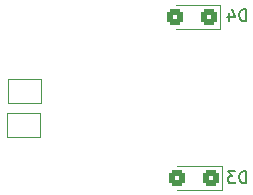
<source format=gbo>
G04 #@! TF.GenerationSoftware,KiCad,Pcbnew,8.0.5*
G04 #@! TF.CreationDate,2024-10-21T19:45:19-04:00*
G04 #@! TF.ProjectId,DRV8871_PCB,44525638-3837-4315-9f50-43422e6b6963,rev?*
G04 #@! TF.SameCoordinates,Original*
G04 #@! TF.FileFunction,Legend,Bot*
G04 #@! TF.FilePolarity,Positive*
%FSLAX46Y46*%
G04 Gerber Fmt 4.6, Leading zero omitted, Abs format (unit mm)*
G04 Created by KiCad (PCBNEW 8.0.5) date 2024-10-21 19:45:19*
%MOMM*%
%LPD*%
G01*
G04 APERTURE LIST*
G04 Aperture macros list*
%AMRoundRect*
0 Rectangle with rounded corners*
0 $1 Rounding radius*
0 $2 $3 $4 $5 $6 $7 $8 $9 X,Y pos of 4 corners*
0 Add a 4 corners polygon primitive as box body*
4,1,4,$2,$3,$4,$5,$6,$7,$8,$9,$2,$3,0*
0 Add four circle primitives for the rounded corners*
1,1,$1+$1,$2,$3*
1,1,$1+$1,$4,$5*
1,1,$1+$1,$6,$7*
1,1,$1+$1,$8,$9*
0 Add four rect primitives between the rounded corners*
20,1,$1+$1,$2,$3,$4,$5,0*
20,1,$1+$1,$4,$5,$6,$7,0*
20,1,$1+$1,$6,$7,$8,$9,0*
20,1,$1+$1,$8,$9,$2,$3,0*%
%AMFreePoly0*
4,1,6,1.000000,0.000000,0.500000,-0.750000,-0.500000,-0.750000,-0.500000,0.750000,0.500000,0.750000,1.000000,0.000000,1.000000,0.000000,$1*%
%AMFreePoly1*
4,1,6,0.500000,-0.750000,-0.650000,-0.750000,-0.150000,0.000000,-0.650000,0.750000,0.500000,0.750000,0.500000,-0.750000,0.500000,-0.750000,$1*%
G04 Aperture macros list end*
%ADD10C,0.150000*%
%ADD11C,0.120000*%
%ADD12RoundRect,0.250000X0.400000X0.450000X-0.400000X0.450000X-0.400000X-0.450000X0.400000X-0.450000X0*%
%ADD13R,1.700000X1.700000*%
%ADD14O,1.700000X1.700000*%
%ADD15C,0.770000*%
%ADD16FreePoly0,0.000000*%
%ADD17FreePoly1,0.000000*%
G04 APERTURE END LIST*
D10*
X27281094Y-2740819D02*
X27281094Y-1740819D01*
X27281094Y-1740819D02*
X27042999Y-1740819D01*
X27042999Y-1740819D02*
X26900142Y-1788438D01*
X26900142Y-1788438D02*
X26804904Y-1883676D01*
X26804904Y-1883676D02*
X26757285Y-1978914D01*
X26757285Y-1978914D02*
X26709666Y-2169390D01*
X26709666Y-2169390D02*
X26709666Y-2312247D01*
X26709666Y-2312247D02*
X26757285Y-2502723D01*
X26757285Y-2502723D02*
X26804904Y-2597961D01*
X26804904Y-2597961D02*
X26900142Y-2693200D01*
X26900142Y-2693200D02*
X27042999Y-2740819D01*
X27042999Y-2740819D02*
X27281094Y-2740819D01*
X25852523Y-2074152D02*
X25852523Y-2740819D01*
X26090618Y-1693200D02*
X26328713Y-2407485D01*
X26328713Y-2407485D02*
X25709666Y-2407485D01*
X27281094Y-16456819D02*
X27281094Y-15456819D01*
X27281094Y-15456819D02*
X27042999Y-15456819D01*
X27042999Y-15456819D02*
X26900142Y-15504438D01*
X26900142Y-15504438D02*
X26804904Y-15599676D01*
X26804904Y-15599676D02*
X26757285Y-15694914D01*
X26757285Y-15694914D02*
X26709666Y-15885390D01*
X26709666Y-15885390D02*
X26709666Y-16028247D01*
X26709666Y-16028247D02*
X26757285Y-16218723D01*
X26757285Y-16218723D02*
X26804904Y-16313961D01*
X26804904Y-16313961D02*
X26900142Y-16409200D01*
X26900142Y-16409200D02*
X27042999Y-16456819D01*
X27042999Y-16456819D02*
X27281094Y-16456819D01*
X26376332Y-15456819D02*
X25757285Y-15456819D01*
X25757285Y-15456819D02*
X26090618Y-15837771D01*
X26090618Y-15837771D02*
X25947761Y-15837771D01*
X25947761Y-15837771D02*
X25852523Y-15885390D01*
X25852523Y-15885390D02*
X25804904Y-15933009D01*
X25804904Y-15933009D02*
X25757285Y-16028247D01*
X25757285Y-16028247D02*
X25757285Y-16266342D01*
X25757285Y-16266342D02*
X25804904Y-16361580D01*
X25804904Y-16361580D02*
X25852523Y-16409200D01*
X25852523Y-16409200D02*
X25947761Y-16456819D01*
X25947761Y-16456819D02*
X26233475Y-16456819D01*
X26233475Y-16456819D02*
X26328713Y-16409200D01*
X26328713Y-16409200D02*
X26376332Y-16361580D01*
D11*
X25093000Y-3423000D02*
X25093000Y-1403000D01*
X21333000Y-1403000D02*
X25093000Y-1403000D01*
X21333000Y-3423000D02*
X25093000Y-3423000D01*
X25220000Y-17012000D02*
X25220000Y-14992000D01*
X21460000Y-14992000D02*
X25220000Y-14992000D01*
X21460000Y-17012000D02*
X25220000Y-17012000D01*
X7146000Y-7636000D02*
X9946000Y-7636000D01*
X7146000Y-9636000D02*
X7146000Y-7636000D01*
X9946000Y-7636000D02*
X9946000Y-9636000D01*
X9946000Y-9636000D02*
X7146000Y-9636000D01*
X7019000Y-10557000D02*
X9819000Y-10557000D01*
X7019000Y-12557000D02*
X7019000Y-10557000D01*
X9819000Y-10557000D02*
X9819000Y-12557000D01*
X9819000Y-12557000D02*
X7019000Y-12557000D01*
%LPC*%
D12*
X24183000Y-2413000D03*
X21283000Y-2413000D03*
X24310000Y-16002000D03*
X21410000Y-16002000D03*
D13*
X27432000Y-13452000D03*
D14*
X27432000Y-10912000D03*
X27432000Y-8372000D03*
X27432000Y-5832000D03*
D15*
X14001000Y-8987000D03*
X14001000Y-10287000D03*
X14001000Y-11587000D03*
X15301000Y-8987000D03*
X15301000Y-10287000D03*
X15301000Y-11587000D03*
D13*
X2032000Y-16256000D03*
D14*
X2032000Y-13716000D03*
X2032000Y-11176000D03*
X2032000Y-8636000D03*
X2032000Y-6096000D03*
X2032000Y-3556000D03*
D16*
X7821000Y-8636000D03*
D17*
X9271000Y-8636000D03*
D16*
X7694000Y-11557000D03*
D17*
X9144000Y-11557000D03*
%LPD*%
M02*

</source>
